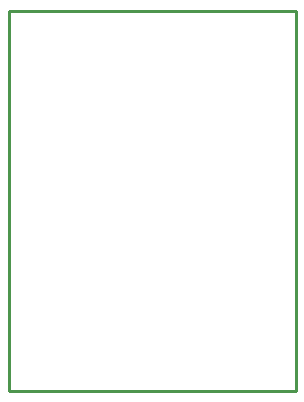
<source format=gm1>
G04*
G04 #@! TF.GenerationSoftware,Altium Limited,Altium Designer,19.1.5 (86)*
G04*
G04 Layer_Color=16711935*
%FSLAX25Y25*%
%MOIN*%
G70*
G01*
G75*
%ADD10C,0.01000*%
D10*
X3937Y134646D02*
X99606D01*
X99606Y7874D01*
X98425D02*
X99606D01*
X3937D02*
X98425D01*
X3937D02*
Y134646D01*
M02*

</source>
